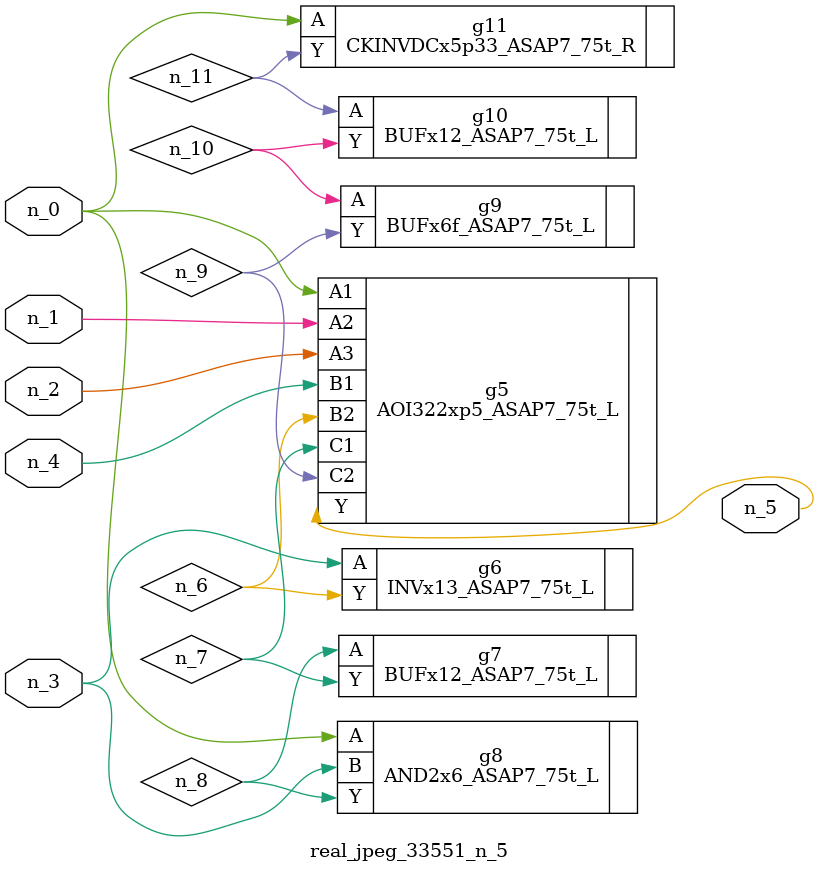
<source format=v>
module real_jpeg_33551_n_5 (n_4, n_0, n_1, n_2, n_3, n_5);

input n_4;
input n_0;
input n_1;
input n_2;
input n_3;

output n_5;

wire n_8;
wire n_11;
wire n_6;
wire n_7;
wire n_10;
wire n_9;

AOI322xp5_ASAP7_75t_L g5 ( 
.A1(n_0),
.A2(n_1),
.A3(n_2),
.B1(n_4),
.B2(n_6),
.C1(n_7),
.C2(n_9),
.Y(n_5)
);

AND2x6_ASAP7_75t_L g8 ( 
.A(n_0),
.B(n_3),
.Y(n_8)
);

CKINVDCx5p33_ASAP7_75t_R g11 ( 
.A(n_0),
.Y(n_11)
);

INVx13_ASAP7_75t_L g6 ( 
.A(n_3),
.Y(n_6)
);

BUFx12_ASAP7_75t_L g7 ( 
.A(n_8),
.Y(n_7)
);

BUFx6f_ASAP7_75t_L g9 ( 
.A(n_10),
.Y(n_9)
);

BUFx12_ASAP7_75t_L g10 ( 
.A(n_11),
.Y(n_10)
);


endmodule
</source>
